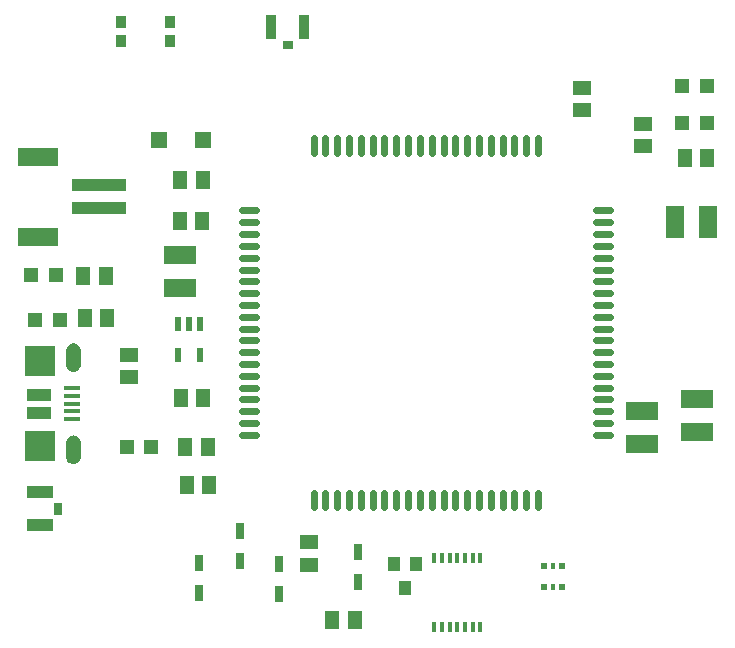
<source format=gbr>
G04 EAGLE Gerber X2 export*
%TF.Part,Single*%
%TF.FileFunction,Paste,Top*%
%TF.FilePolarity,Positive*%
%TF.GenerationSoftware,Autodesk,EAGLE,9.1.3*%
%TF.CreationDate,2018-09-14T10:42:21Z*%
G75*
%MOMM*%
%FSLAX34Y34*%
%LPD*%
%AMOC8*
5,1,8,0,0,1.08239X$1,22.5*%
G01*
%ADD10R,0.550000X1.200000*%
%ADD11R,1.200000X1.200000*%
%ADD12R,1.300000X1.500000*%
%ADD13R,4.600000X1.000000*%
%ADD14R,3.400000X1.600000*%
%ADD15R,1.500000X1.300000*%
%ADD16R,1.350000X0.400000*%
%ADD17R,2.000000X1.000000*%
%ADD18R,2.500000X2.500000*%
%ADD19R,0.900000X1.000000*%
%ADD20R,1.400000X1.400000*%
%ADD21R,2.700000X1.600000*%
%ADD22R,0.500000X0.500000*%
%ADD23R,0.400000X0.500000*%
%ADD24R,0.800000X1.350000*%
%ADD25R,0.350000X0.900000*%
%ADD26R,0.965200X0.762000*%
%ADD27R,0.812800X2.133600*%
%ADD28R,2.200000X1.050000*%
%ADD29R,0.800000X1.000000*%
%ADD30C,0.600000*%
%ADD31R,1.600000X2.700000*%
%ADD32R,1.000000X1.200000*%
%ADD33R,1.200000X1.300000*%

G36*
X51008Y280873D02*
X51008Y280873D01*
X52282Y281073D01*
X52329Y281090D01*
X52419Y281111D01*
X53615Y281589D01*
X53658Y281616D01*
X53741Y281656D01*
X54801Y282388D01*
X54837Y282424D01*
X54908Y282482D01*
X55779Y283432D01*
X55806Y283474D01*
X55863Y283547D01*
X56500Y284667D01*
X56517Y284714D01*
X56556Y284797D01*
X56929Y286031D01*
X56934Y286081D01*
X56954Y286171D01*
X57043Y287456D01*
X57041Y287476D01*
X57044Y287500D01*
X57044Y298500D01*
X57042Y298515D01*
X57043Y298535D01*
X56982Y299661D01*
X56971Y299708D01*
X56963Y299784D01*
X56682Y300877D01*
X56662Y300921D01*
X56640Y300994D01*
X56152Y302011D01*
X56124Y302050D01*
X56087Y302117D01*
X55410Y303020D01*
X55375Y303053D01*
X55326Y303111D01*
X54486Y303864D01*
X54445Y303890D01*
X54385Y303938D01*
X53414Y304512D01*
X53369Y304529D01*
X53302Y304565D01*
X52237Y304939D01*
X52190Y304947D01*
X52117Y304969D01*
X51000Y305128D01*
X50972Y305127D01*
X50820Y305128D01*
X49704Y304969D01*
X49658Y304954D01*
X49583Y304939D01*
X48518Y304565D01*
X48476Y304541D01*
X48406Y304512D01*
X47435Y303938D01*
X47398Y303906D01*
X47334Y303864D01*
X46494Y303111D01*
X46465Y303074D01*
X46410Y303020D01*
X45733Y302117D01*
X45711Y302074D01*
X45668Y302011D01*
X45180Y300994D01*
X45167Y300947D01*
X45138Y300877D01*
X44857Y299784D01*
X44854Y299736D01*
X44838Y299661D01*
X44777Y298535D01*
X44779Y298519D01*
X44776Y298500D01*
X44776Y287500D01*
X44779Y287485D01*
X44777Y287465D01*
X44838Y286339D01*
X44850Y286292D01*
X44857Y286216D01*
X45138Y285123D01*
X45158Y285079D01*
X45180Y285006D01*
X45668Y283989D01*
X45697Y283950D01*
X45733Y283883D01*
X46410Y282980D01*
X46445Y282947D01*
X46494Y282889D01*
X47334Y282136D01*
X47375Y282110D01*
X47435Y282062D01*
X48406Y281488D01*
X48451Y281471D01*
X48518Y281435D01*
X49583Y281061D01*
X49630Y281053D01*
X49704Y281031D01*
X50820Y280872D01*
X50821Y280872D01*
X51008Y280873D01*
G37*
G36*
X51008Y202873D02*
X51008Y202873D01*
X52282Y203073D01*
X52329Y203090D01*
X52419Y203111D01*
X53615Y203589D01*
X53658Y203616D01*
X53741Y203656D01*
X54801Y204388D01*
X54837Y204424D01*
X54908Y204482D01*
X55779Y205432D01*
X55806Y205474D01*
X55863Y205547D01*
X56500Y206667D01*
X56517Y206714D01*
X56556Y206797D01*
X56929Y208031D01*
X56934Y208081D01*
X56954Y208171D01*
X57043Y209456D01*
X57041Y209476D01*
X57044Y209500D01*
X57044Y220500D01*
X57042Y220515D01*
X57043Y220535D01*
X56982Y221661D01*
X56971Y221708D01*
X56963Y221784D01*
X56682Y222877D01*
X56662Y222921D01*
X56640Y222994D01*
X56152Y224011D01*
X56124Y224050D01*
X56087Y224117D01*
X55410Y225020D01*
X55375Y225053D01*
X55326Y225111D01*
X54486Y225864D01*
X54445Y225890D01*
X54385Y225938D01*
X53414Y226512D01*
X53369Y226529D01*
X53302Y226565D01*
X52237Y226939D01*
X52190Y226947D01*
X52117Y226969D01*
X51000Y227128D01*
X50972Y227127D01*
X50820Y227128D01*
X49704Y226969D01*
X49658Y226954D01*
X49583Y226939D01*
X48518Y226565D01*
X48476Y226541D01*
X48406Y226512D01*
X47435Y225938D01*
X47398Y225906D01*
X47334Y225864D01*
X46494Y225111D01*
X46465Y225074D01*
X46410Y225020D01*
X45733Y224117D01*
X45711Y224074D01*
X45668Y224011D01*
X45180Y222994D01*
X45167Y222947D01*
X45138Y222877D01*
X44857Y221784D01*
X44854Y221736D01*
X44838Y221661D01*
X44777Y220535D01*
X44779Y220519D01*
X44776Y220500D01*
X44776Y209500D01*
X44779Y209485D01*
X44777Y209465D01*
X44838Y208339D01*
X44850Y208292D01*
X44857Y208216D01*
X45138Y207123D01*
X45158Y207079D01*
X45180Y207006D01*
X45668Y205989D01*
X45697Y205950D01*
X45733Y205883D01*
X46410Y204980D01*
X46445Y204947D01*
X46494Y204889D01*
X47334Y204136D01*
X47375Y204110D01*
X47435Y204062D01*
X48406Y203488D01*
X48451Y203471D01*
X48518Y203435D01*
X49583Y203061D01*
X49630Y203053D01*
X49704Y203031D01*
X50820Y202872D01*
X50821Y202872D01*
X51008Y202873D01*
G37*
D10*
X158090Y321611D03*
X148590Y321611D03*
X139090Y321611D03*
X139090Y295609D03*
X158090Y295609D03*
D11*
X39720Y325230D03*
X18720Y325230D03*
X14960Y362760D03*
X35960Y362760D03*
D12*
X60350Y326390D03*
X79350Y326390D03*
X59240Y361950D03*
X78240Y361950D03*
D13*
X72560Y419260D03*
X72560Y439260D03*
D14*
X20560Y395260D03*
X20560Y463260D03*
D15*
X97790Y295250D03*
X97790Y276250D03*
D12*
X160630Y259080D03*
X141630Y259080D03*
D16*
X49660Y267000D03*
X49660Y260500D03*
X49660Y254000D03*
X49660Y247500D03*
X49660Y241000D03*
D17*
X21910Y261500D03*
X21910Y246500D03*
D18*
X22910Y290000D03*
X22910Y218000D03*
D19*
X132260Y576960D03*
X132260Y560960D03*
X91260Y560960D03*
X91260Y576960D03*
D20*
X123740Y477520D03*
X160740Y477520D03*
D12*
X141470Y443380D03*
X160470Y443380D03*
X141160Y408460D03*
X160160Y408460D03*
D21*
X140970Y379760D03*
X140970Y351760D03*
D22*
X464700Y116950D03*
D23*
X457200Y116950D03*
D22*
X449700Y116950D03*
X449700Y98950D03*
D23*
X457200Y98950D03*
D22*
X464700Y98950D03*
D12*
X568350Y462280D03*
X587350Y462280D03*
D11*
X587080Y491490D03*
X566080Y491490D03*
X587080Y523240D03*
X566080Y523240D03*
D15*
X533400Y490830D03*
X533400Y471830D03*
X481330Y521310D03*
X481330Y502310D03*
D24*
X224790Y92710D03*
X224790Y118110D03*
X292100Y102870D03*
X292100Y128270D03*
D25*
X395420Y123230D03*
X388920Y123230D03*
X382420Y123230D03*
X375920Y123230D03*
X369420Y123230D03*
X362920Y123230D03*
X356420Y123230D03*
X356420Y64730D03*
X362920Y64730D03*
X369420Y64730D03*
X375920Y64730D03*
X382420Y64730D03*
X388920Y64730D03*
X395420Y64730D03*
D26*
X232410Y557276D03*
D27*
X246364Y572516D03*
X218456Y572516D03*
D28*
X22860Y178850D03*
X22860Y151350D03*
D29*
X38110Y165100D03*
D30*
X254250Y166580D02*
X254250Y178580D01*
X264250Y178580D02*
X264250Y166580D01*
X274250Y166580D02*
X274250Y178580D01*
X284250Y178580D02*
X284250Y166580D01*
X294250Y166580D02*
X294250Y178580D01*
X304250Y178580D02*
X304250Y166580D01*
X314250Y166580D02*
X314250Y178580D01*
X324250Y178580D02*
X324250Y166580D01*
X334250Y166580D02*
X334250Y178580D01*
X344250Y178580D02*
X344250Y166580D01*
X354250Y166580D02*
X354250Y178580D01*
X364250Y178580D02*
X364250Y166580D01*
X374250Y166580D02*
X374250Y178580D01*
X384250Y178580D02*
X384250Y166580D01*
X394250Y166580D02*
X394250Y178580D01*
X404250Y178580D02*
X404250Y166580D01*
X414250Y166580D02*
X414250Y178580D01*
X424250Y178580D02*
X424250Y166580D01*
X434250Y166580D02*
X434250Y178580D01*
X444250Y178580D02*
X444250Y166580D01*
X493250Y227580D02*
X505250Y227580D01*
X505250Y237580D02*
X493250Y237580D01*
X493250Y247580D02*
X505250Y247580D01*
X505250Y257580D02*
X493250Y257580D01*
X493250Y267580D02*
X505250Y267580D01*
X505250Y277580D02*
X493250Y277580D01*
X493250Y287580D02*
X505250Y287580D01*
X505250Y297580D02*
X493250Y297580D01*
X493250Y307580D02*
X505250Y307580D01*
X505250Y317580D02*
X493250Y317580D01*
X493250Y327580D02*
X505250Y327580D01*
X505250Y337580D02*
X493250Y337580D01*
X493250Y347580D02*
X505250Y347580D01*
X505250Y357580D02*
X493250Y357580D01*
X493250Y367580D02*
X505250Y367580D01*
X505250Y377580D02*
X493250Y377580D01*
X493250Y387580D02*
X505250Y387580D01*
X505250Y397580D02*
X493250Y397580D01*
X493250Y407580D02*
X505250Y407580D01*
X505250Y417580D02*
X493250Y417580D01*
X444250Y466580D02*
X444250Y478580D01*
X434250Y478580D02*
X434250Y466580D01*
X424250Y466580D02*
X424250Y478580D01*
X414250Y478580D02*
X414250Y466580D01*
X404250Y466580D02*
X404250Y478580D01*
X394250Y478580D02*
X394250Y466580D01*
X384250Y466580D02*
X384250Y478580D01*
X374250Y478580D02*
X374250Y466580D01*
X364250Y466580D02*
X364250Y478580D01*
X354250Y478580D02*
X354250Y466580D01*
X344250Y466580D02*
X344250Y478580D01*
X334250Y478580D02*
X334250Y466580D01*
X324250Y466580D02*
X324250Y478580D01*
X314250Y478580D02*
X314250Y466580D01*
X304250Y466580D02*
X304250Y478580D01*
X294250Y478580D02*
X294250Y466580D01*
X284250Y466580D02*
X284250Y478580D01*
X274250Y478580D02*
X274250Y466580D01*
X264250Y466580D02*
X264250Y478580D01*
X254250Y478580D02*
X254250Y466580D01*
X205250Y417580D02*
X193250Y417580D01*
X193250Y407580D02*
X205250Y407580D01*
X205250Y397580D02*
X193250Y397580D01*
X193250Y387580D02*
X205250Y387580D01*
X205250Y377580D02*
X193250Y377580D01*
X193250Y367580D02*
X205250Y367580D01*
X205250Y357580D02*
X193250Y357580D01*
X193250Y347580D02*
X205250Y347580D01*
X205250Y337580D02*
X193250Y337580D01*
X193250Y327580D02*
X205250Y327580D01*
X205250Y317580D02*
X193250Y317580D01*
X193250Y307580D02*
X205250Y307580D01*
X205250Y297580D02*
X193250Y297580D01*
X193250Y287580D02*
X205250Y287580D01*
X205250Y277580D02*
X193250Y277580D01*
X193250Y267580D02*
X205250Y267580D01*
X205250Y257580D02*
X193250Y257580D01*
X193250Y247580D02*
X205250Y247580D01*
X205250Y237580D02*
X193250Y237580D01*
X193250Y227580D02*
X205250Y227580D01*
D31*
X560040Y407670D03*
X588040Y407670D03*
D24*
X157480Y93980D03*
X157480Y119380D03*
D12*
X288900Y71120D03*
X269900Y71120D03*
D32*
X331470Y97950D03*
X321970Y117950D03*
X340970Y117950D03*
D12*
X145440Y217170D03*
X164440Y217170D03*
D33*
X96520Y217170D03*
X116840Y217170D03*
D12*
X165710Y185420D03*
X146710Y185420D03*
D15*
X250190Y117500D03*
X250190Y136500D03*
D24*
X191770Y120650D03*
X191770Y146050D03*
D21*
X532130Y247680D03*
X532130Y219680D03*
X579120Y257840D03*
X579120Y229840D03*
M02*

</source>
